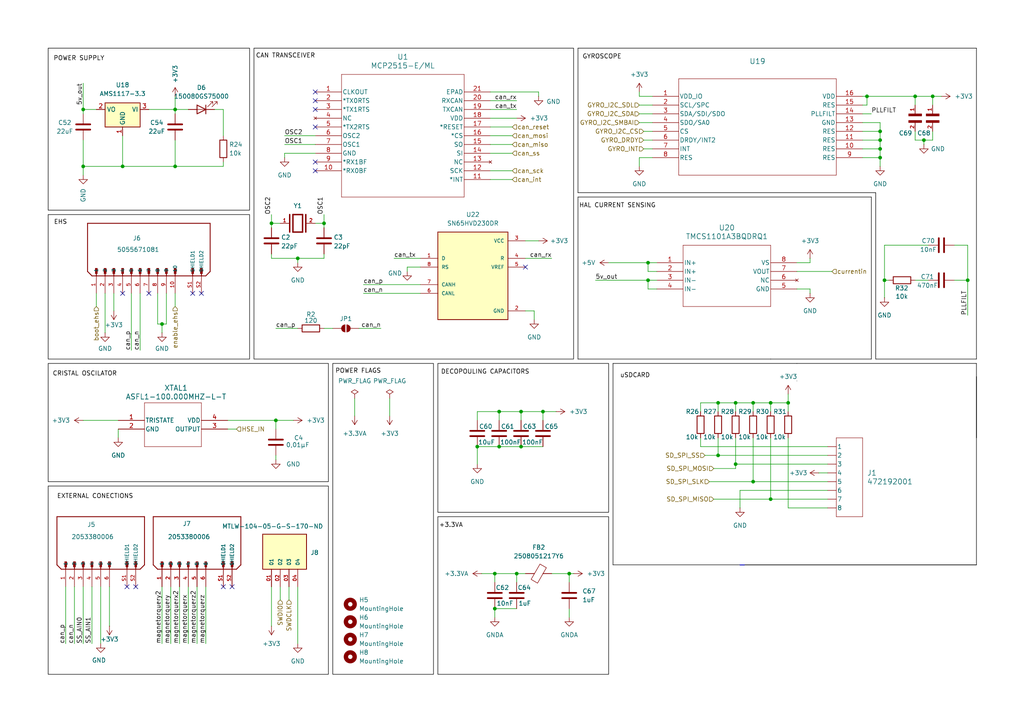
<source format=kicad_sch>
(kicad_sch (version 20231120) (generator "eeschema") (generator_version "8.0")
  (paper "A4")
  (title_block (title "Atitude determination and control system") (date "2025-02-04") (rev "1.0") (company "SpaceLab - Federal University of Santa catarina") (comment 1 "Eng. Felipe Juliano - felipecostajuliano@live.com"))
  (junction (at 151.13 129.54))
  (junction (at 223.52 116.84))
  (junction (at 251.46 27.94))
  (junction (at 208.28 116.84))
  (junction (at 208.28 132.08))
  (junction (at 143.51 166.37))
  (junction (at 255.27 45.72))
  (junction (at 78.74 64.77))
  (junction (at 187.96 81.28))
  (junction (at 165.1 166.37))
  (junction (at 270.51 27.94))
  (junction (at 265.43 27.94))
  (junction (at 151.13 119.38))
  (junction (at 213.36 134.62))
  (junction (at 255.27 43.18))
  (junction (at 93.98 64.77))
  (junction (at 213.36 116.84))
  (junction (at 24.13 48.26))
  (junction (at 46.99 93.98))
  (junction (at 228.6 116.84))
  (junction (at 157.48 119.38))
  (junction (at 256.54 81.28))
  (junction (at 144.78 129.54))
  (junction (at 223.52 144.78))
  (junction (at 218.44 116.84))
  (junction (at 144.78 119.38))
  (junction (at 280.67 81.28))
  (junction (at 187.96 76.2))
  (junction (at 143.51 176.53))
  (junction (at 138.43 129.54))
  (junction (at 50.8 48.26))
  (junction (at 218.44 139.7))
  (junction (at 35.56 48.26))
  (junction (at 50.8 31.75))
  (junction (at 255.27 38.1))
  (junction (at 267.97 40.64))
  (junction (at 24.13 31.75))
  (junction (at 86.36 74.93))
  (junction (at 80.01 121.92))
  (junction (at 149.86 166.37))
  (junction (at 255.27 40.64))
  (no_connect (at 43.18 85.09))
  (no_connect (at 58.42 85.09))
  (no_connect (at 91.44 29.21))
  (no_connect (at 39.37 170.18))
  (no_connect (at 91.44 49.53))
  (no_connect (at 91.44 36.83))
  (no_connect (at 334.01 168.91))
  (no_connect (at 91.44 31.75))
  (no_connect (at 35.56 85.09))
  (no_connect (at 91.44 26.67))
  (no_connect (at 64.77 170.18))
  (no_connect (at 36.83 170.18))
  (no_connect (at 55.88 85.09))
  (no_connect (at 152.4 77.47))
  (no_connect (at 91.44 46.99))
  (no_connect (at 323.85 168.91))
  (no_connect (at 67.31 170.18))
  (wire (pts (xy 26.67 170.18) (xy 26.67 186.69)))
  (wire (pts (xy 231.14 76.2) (xy 234.95 76.2)))
  (wire (pts (xy 373.38 201.93) (xy 388.62 201.93)))
  (wire (pts (xy 152.4 69.85) (xy 156.21 69.85)))
  (wire (pts (xy 165.1 176.53) (xy 165.1 179.07)))
  (polyline (pts (xy 214.63 163.83) (xy 177.8 163.83)) (stroke (width 0) (color 0 0 0 1)))
  (wire (pts (xy 144.78 119.38) (xy 151.13 119.38)))
  (wire (pts (xy 255.27 48.26) (xy 255.27 45.72)))
  (wire (pts (xy 68.58 124.46) (xy 66.04 124.46)))
  (wire (pts (xy 27.94 31.75) (xy 24.13 31.75)))
  (wire (pts (xy 118.11 77.47) (xy 118.11 78.74)))
  (wire (pts (xy 78.74 62.23) (xy 78.74 64.77)))
  (wire (pts (xy 83.82 173.99) (xy 83.82 170.18)))
  (wire (pts (xy 151.13 119.38) (xy 157.48 119.38)))
  (wire (pts (xy 64.77 39.37) (xy 64.77 31.75)))
  (wire (pts (xy 250.19 30.48) (xy 251.46 30.48)))
  (wire (pts (xy 267.97 40.64) (xy 265.43 40.64)))
  (wire (pts (xy 185.42 45.72) (xy 189.23 45.72)))
  (wire (pts (xy 66.04 121.92) (xy 80.01 121.92)))
  (wire (pts (xy 231.14 78.74) (xy 241.3 78.74)))
  (wire (pts (xy 213.36 127) (xy 213.36 134.62)))
  (wire (pts (xy 280.67 81.28) (xy 280.67 91.44)))
  (wire (pts (xy 250.19 45.72) (xy 255.27 45.72)))
  (wire (pts (xy 256.54 81.28) (xy 256.54 86.36)))
  (wire (pts (xy 250.19 33.02) (xy 252.73 33.02)))
  (polyline (pts (xy 231.14 110.49) (xy 231.14 110.49)) (stroke (width 0) (color 0 0 0 1)))
  (wire (pts (xy 50.8 31.75) (xy 43.18 31.75)))
  (polyline (pts (xy 283.21 105.41) (xy 283.21 163.83)) (stroke (width 0) (color 0 0 0 1)))
  (wire (pts (xy 154.94 92.71) (xy 154.94 90.17)))
  (wire (pts (xy 270.51 27.94) (xy 270.51 30.48)))
  (wire (pts (xy 156.21 26.67) (xy 156.21 27.94)))
  (wire (pts (xy 80.01 95.25) (xy 86.36 95.25)))
  (wire (pts (xy 231.14 83.82) (xy 234.95 83.82)))
  (wire (pts (xy 80.01 124.46) (xy 80.01 121.92)))
  (wire (pts (xy 223.52 127) (xy 223.52 144.78)))
  (wire (pts (xy 373.38 205.74) (xy 388.62 205.74)))
  (wire (pts (xy 234.95 83.82) (xy 234.95 85.09)))
  (wire (pts (xy 148.59 41.91) (xy 142.24 41.91)))
  (wire (pts (xy 213.36 134.62) (xy 240.03 134.62)))
  (wire (pts (xy 280.67 71.12) (xy 280.67 81.28)))
  (wire (pts (xy 78.74 74.93) (xy 86.36 74.93)))
  (wire (pts (xy 270.51 38.1) (xy 270.51 40.64)))
  (wire (pts (xy 276.86 71.12) (xy 280.67 71.12)))
  (wire (pts (xy 203.2 116.84) (xy 203.2 119.38)))
  (wire (pts (xy 52.07 186.69) (xy 52.07 170.18)))
  (wire (pts (xy 373.38 137.16) (xy 388.62 137.16)))
  (wire (pts (xy 228.6 119.38) (xy 228.6 116.84)))
  (wire (pts (xy 154.94 90.17) (xy 152.4 90.17)))
  (wire (pts (xy 157.48 119.38) (xy 157.48 121.92)))
  (wire (pts (xy 373.38 80.01) (xy 382.27 80.01)))
  (polyline (pts (xy 214.63 163.83) (xy 215.9 163.83)))
  (wire (pts (xy 81.28 64.77) (xy 78.74 64.77)))
  (wire (pts (xy 267.97 41.91) (xy 267.97 40.64)))
  (wire (pts (xy 256.54 71.12) (xy 256.54 81.28)))
  (wire (pts (xy 62.23 31.75) (xy 64.77 31.75)))
  (wire (pts (xy 139.7 166.37) (xy 143.51 166.37)))
  (wire (pts (xy 35.56 39.37) (xy 35.56 48.26)))
  (polyline (pts (xy 167.64 55.88) (xy 254 55.88)) (stroke (width 0) (color 0 0 0 1)))
  (wire (pts (xy 186.69 40.64) (xy 189.23 40.64)))
  (polyline (pts (xy 215.9 163.83) (xy 283.21 163.83)) (stroke (width 0) (color 0 0 0 1)))
  (wire (pts (xy 80.01 133.35) (xy 80.01 132.08)))
  (wire (pts (xy 208.28 127) (xy 208.28 132.08)))
  (wire (pts (xy 34.29 124.46) (xy 34.29 127)))
  (wire (pts (xy 339.09 168.91) (xy 339.09 157.48)))
  (wire (pts (xy 344.17 168.91) (xy 344.17 157.48)))
  (wire (pts (xy 91.44 64.77) (xy 93.98 64.77)))
  (wire (pts (xy 21.59 186.69) (xy 21.59 170.18)))
  (wire (pts (xy 151.13 129.54) (xy 157.48 129.54)))
  (wire (pts (xy 255.27 38.1) (xy 255.27 40.64)))
  (wire (pts (xy 313.69 168.91) (xy 313.69 157.48)))
  (wire (pts (xy 118.11 77.47) (xy 121.92 77.47)))
  (wire (pts (xy 24.13 121.92) (xy 34.29 121.92)))
  (wire (pts (xy 207.01 135.89) (xy 213.36 135.89)))
  (polyline (pts (xy 214.63 163.83) (xy 215.9 163.83)))
  (wire (pts (xy 373.38 114.3) (xy 388.62 114.3)))
  (wire (pts (xy 49.53 186.69) (xy 49.53 170.18)))
  (wire (pts (xy 353.06 209.55) (xy 353.06 224.79)))
  (wire (pts (xy 265.43 27.94) (xy 265.43 30.48)))
  (wire (pts (xy 213.36 116.84) (xy 218.44 116.84)))
  (wire (pts (xy 50.8 48.26) (xy 35.56 48.26)))
  (polyline (pts (xy 283.21 109.22) (xy 283.21 127)) (stroke (width 0) (color 0 0 0 1)))
  (wire (pts (xy 228.6 114.3) (xy 228.6 116.84)))
  (wire (pts (xy 138.43 119.38) (xy 144.78 119.38)))
  (wire (pts (xy 265.43 27.94) (xy 270.51 27.94)))
  (wire (pts (xy 64.77 48.26) (xy 64.77 46.99)))
  (wire (pts (xy 30.48 96.52) (xy 30.48 85.09)))
  (wire (pts (xy 189.23 27.94) (xy 185.42 27.94)))
  (wire (pts (xy 203.2 127) (xy 203.2 129.54)))
  (polyline (pts (xy 167.64 57.15) (xy 167.64 104.14)) (stroke (width 0) (color 0 0 0 1)))
  (wire (pts (xy 256.54 81.28) (xy 257.81 81.28)))
  (wire (pts (xy 45.72 93.98) (xy 46.99 93.98)))
  (wire (pts (xy 251.46 27.94) (xy 251.46 30.48)))
  (polyline (pts (xy 177.8 105.41) (xy 231.14 105.41)) (stroke (width 0) (color 0 0 0 1)))
  (wire (pts (xy 151.13 119.38) (xy 151.13 121.92)))
  (polyline (pts (xy 167.64 57.15) (xy 252.73 57.15)) (stroke (width 0) (color 0 0 0 1)))
  (wire (pts (xy 50.8 88.9) (xy 50.8 85.09)))
  (wire (pts (xy 48.26 85.09) (xy 48.26 93.98)))
  (wire (pts (xy 110.49 95.25) (xy 104.14 95.25)))
  (wire (pts (xy 24.13 31.75) (xy 24.13 33.02)))
  (wire (pts (xy 205.74 139.7) (xy 218.44 139.7)))
  (polyline (pts (xy 177.8 163.83) (xy 177.8 105.41)) (stroke (width 0) (color 0 0 0 1)))
  (wire (pts (xy 250.19 40.64) (xy 255.27 40.64)))
  (wire (pts (xy 373.38 121.92) (xy 388.62 121.92)))
  (wire (pts (xy 308.61 168.91) (xy 308.61 151.13)))
  (polyline (pts (xy 215.9 163.83) (xy 283.21 163.83)) (stroke (width 0) (color 0 0 0 1)))
  (polyline (pts (xy 223.52 104.14) (xy 167.64 104.14)) (stroke (width 0) (color 0 0 0 1)))
  (wire (pts (xy 35.56 48.26) (xy 24.13 48.26)))
  (wire (pts (xy 86.36 186.69) (xy 86.36 170.18)))
  (wire (pts (xy 176.53 76.2) (xy 187.96 76.2)))
  (wire (pts (xy 276.86 81.28) (xy 280.67 81.28)))
  (wire (pts (xy 143.51 176.53) (xy 143.51 179.07)))
  (wire (pts (xy 50.8 40.64) (xy 50.8 48.26)))
  (wire (pts (xy 208.28 132.08) (xy 240.03 132.08)))
  (wire (pts (xy 213.36 135.89) (xy 213.36 134.62)))
  (wire (pts (xy 190.5 78.74) (xy 187.96 78.74)))
  (wire (pts (xy 152.4 74.93) (xy 160.02 74.93)))
  (wire (pts (xy 270.51 27.94) (xy 273.05 27.94)))
  (wire (pts (xy 350.52 168.91) (xy 350.52 157.48)))
  (wire (pts (xy 24.13 50.8) (xy 24.13 48.26)))
  (wire (pts (xy 373.38 198.12) (xy 388.62 198.12)))
  (wire (pts (xy 214.63 147.32) (xy 214.63 142.24)))
  (wire (pts (xy 185.42 27.94) (xy 185.42 26.67)))
  (wire (pts (xy 54.61 186.69) (xy 54.61 170.18)))
  (wire (pts (xy 93.98 62.23) (xy 93.98 64.77)))
  (wire (pts (xy 265.43 40.64) (xy 265.43 38.1)))
  (wire (pts (xy 149.86 166.37) (xy 152.4 166.37)))
  (wire (pts (xy 256.54 71.12) (xy 269.24 71.12)))
  (wire (pts (xy 373.38 64.77) (xy 379.73 64.77)))
  (wire (pts (xy 93.98 64.77) (xy 93.98 66.04)))
  (wire (pts (xy 24.13 170.18) (xy 24.13 186.69)))
  (polyline (pts (xy 283.21 104.14) (xy 283.21 13.97)) (stroke (width 0) (color 0 0 0 1)))
  (wire (pts (xy 113.03 115.57) (xy 113.03 120.65)))
  (wire (pts (xy 45.72 93.98) (xy 45.72 85.09)))
  (wire (pts (xy 355.6 168.91) (xy 355.6 151.13)))
  (wire (pts (xy 356.87 209.55) (xy 356.87 224.79)))
  (wire (pts (xy 187.96 81.28) (xy 190.5 81.28)))
  (wire (pts (xy 228.6 116.84) (xy 223.52 116.84)))
  (wire (pts (xy 223.52 144.78) (xy 240.03 144.78)))
  (wire (pts (xy 105.41 85.09) (xy 121.92 85.09)))
  (wire (pts (xy 148.59 49.53) (xy 142.24 49.53)))
  (polyline (pts (xy 214.63 163.83) (xy 215.9 163.83)))
  (wire (pts (xy 138.43 129.54) (xy 144.78 129.54)))
  (wire (pts (xy 187.96 81.28) (xy 187.96 83.82)))
  (wire (pts (xy 373.38 181.61) (xy 388.62 181.61)))
  (wire (pts (xy 138.43 129.54) (xy 138.43 134.62)))
  (wire (pts (xy 78.74 181.61) (xy 78.74 170.18)))
  (wire (pts (xy 102.87 115.57) (xy 102.87 120.65)))
  (wire (pts (xy 38.1 101.6) (xy 38.1 85.09)))
  (wire (pts (xy 234.95 74.93) (xy 234.95 76.2)))
  (wire (pts (xy 360.68 209.55) (xy 360.68 224.79)))
  (wire (pts (xy 93.98 95.25) (xy 96.52 95.25)))
  (wire (pts (xy 142.24 29.21) (xy 149.86 29.21)))
  (wire (pts (xy 186.69 38.1) (xy 189.23 38.1)))
  (wire (pts (xy 143.51 166.37) (xy 143.51 168.91)))
  (wire (pts (xy 82.55 45.72) (xy 82.55 44.45)))
  (wire (pts (xy 373.38 72.39) (xy 379.73 72.39)))
  (wire (pts (xy 373.38 76.2) (xy 382.27 76.2)))
  (wire (pts (xy 250.19 43.18) (xy 255.27 43.18)))
  (wire (pts (xy 187.96 83.82) (xy 190.5 83.82)))
  (wire (pts (xy 265.43 81.28) (xy 269.24 81.28)))
  (wire (pts (xy 373.38 190.5) (xy 394.97 190.5)))
  (wire (pts (xy 142.24 36.83) (xy 148.59 36.83)))
  (wire (pts (xy 373.38 83.82) (xy 379.73 83.82)))
  (wire (pts (xy 31.75 181.61) (xy 31.75 170.18)))
  (wire (pts (xy 82.55 39.37) (xy 91.44 39.37)))
  (polyline (pts (xy 252.73 104.14) (xy 223.52 104.14)) (stroke (width 0) (color 0 0 0 1)))
  (wire (pts (xy 250.19 35.56) (xy 255.27 35.56)))
  (wire (pts (xy 29.21 186.69) (xy 29.21 170.18)))
  (wire (pts (xy 33.02 90.17) (xy 33.02 85.09)))
  (wire (pts (xy 365.76 168.91) (xy 365.76 157.48)))
  (wire (pts (xy 143.51 176.53) (xy 149.86 176.53)))
  (wire (pts (xy 213.36 116.84) (xy 213.36 119.38)))
  (polyline (pts (xy 254 104.14) (xy 283.21 104.14)) (stroke (width 0) (color 0 0 0 1)))
  (wire (pts (xy 373.38 194.31) (xy 394.97 194.31)))
  (wire (pts (xy 228.6 147.32) (xy 240.03 147.32)))
  (polyline (pts (xy 214.63 163.83) (xy 215.9 163.83)) (stroke (width 0) (color 0 0 0 1)))
  (wire (pts (xy 19.05 186.69) (xy 19.05 170.18)))
  (wire (pts (xy 208.28 116.84) (xy 208.28 119.38)))
  (wire (pts (xy 373.38 68.58) (xy 379.73 68.58)))
  (wire (pts (xy 187.96 76.2) (xy 190.5 76.2)))
  (polyline (pts (xy 231.14 105.41) (xy 283.21 105.41)) (stroke (width 0) (color 0 0 0 1)))
  (wire (pts (xy 185.42 35.56) (xy 189.23 35.56)))
  (wire (pts (xy 360.68 168.91) (xy 360.68 157.48)))
  (wire (pts (xy 46.99 93.98) (xy 48.26 93.98)))
  (wire (pts (xy 57.15 186.69) (xy 57.15 170.18)))
  (wire (pts (xy 142.24 34.29) (xy 149.86 34.29)))
  (wire (pts (xy 144.78 129.54) (xy 151.13 129.54)))
  (wire (pts (xy 142.24 26.67) (xy 156.21 26.67)))
  (wire (pts (xy 86.36 74.93) (xy 86.36 76.2)))
  (wire (pts (xy 93.98 73.66) (xy 93.98 74.93)))
  (wire (pts (xy 250.19 38.1) (xy 255.27 38.1)))
  (wire (pts (xy 213.36 116.84) (xy 208.28 116.84)))
  (wire (pts (xy 208.28 116.84) (xy 203.2 116.84)))
  (wire (pts (xy 157.48 119.38) (xy 161.29 119.38)))
  (wire (pts (xy 373.38 125.73) (xy 388.62 125.73)))
  (wire (pts (xy 203.2 129.54) (xy 240.03 129.54)))
  (wire (pts (xy 361.95 48.26) (xy 361.95 33.02)))
  (wire (pts (xy 24.13 24.13) (xy 24.13 31.75)))
  (wire (pts (xy 328.93 168.91) (xy 328.93 151.13)))
  (wire (pts (xy 46.99 186.69) (xy 46.99 170.18)))
  (wire (pts (xy 185.42 45.72) (xy 185.42 48.26)))
  (wire (pts (xy 50.8 33.02) (xy 50.8 31.75)))
  (wire (pts (xy 185.42 33.02) (xy 189.23 33.02)))
  (wire (pts (xy 237.49 137.16) (xy 240.03 137.16)))
  (wire (pts (xy 50.8 31.75) (xy 54.61 31.75)))
  (wire (pts (xy 50.8 27.94) (xy 50.8 31.75)))
  (wire (pts (xy 160.02 166.37) (xy 165.1 166.37)))
  (wire (pts (xy 186.69 43.18) (xy 189.23 43.18)))
  (wire (pts (xy 223.52 116.84) (xy 218.44 116.84)))
  (wire (pts (xy 78.74 64.77) (xy 78.74 66.04)))
  (polyline (pts (xy 252.73 57.15) (xy 252.73 104.14)) (stroke (width 0) (color 0 0 0 1)))
  (wire (pts (xy 218.44 127) (xy 218.44 139.7)))
  (wire (pts (xy 187.96 78.74) (xy 187.96 76.2)))
  (wire (pts (xy 218.44 139.7) (xy 240.03 139.7)))
  (wire (pts (xy 142.24 44.45) (xy 148.59 44.45)))
  (wire (pts (xy 251.46 27.94) (xy 265.43 27.94)))
  (wire (pts (xy 149.86 166.37) (xy 149.86 168.91)))
  (wire (pts (xy 81.28 173.99) (xy 81.28 170.18)))
  (wire (pts (xy 255.27 40.64) (xy 255.27 43.18)))
  (wire (pts (xy 365.76 48.26) (xy 365.76 33.02)))
  (wire (pts (xy 228.6 127) (xy 228.6 147.32)))
  (wire (pts (xy 373.38 140.97) (xy 388.62 140.97)))
  (wire (pts (xy 138.43 119.38) (xy 138.43 121.92)))
  (wire (pts (xy 373.38 60.96) (xy 379.73 60.96)))
  (wire (pts (xy 373.38 57.15) (xy 379.73 57.15)))
  (wire (pts (xy 59.69 186.69) (xy 59.69 170.18)))
  (wire (pts (xy 86.36 74.93) (xy 93.98 74.93)))
  (wire (pts (xy 143.51 166.37) (xy 149.86 166.37)))
  (wire (pts (xy 165.1 168.91) (xy 165.1 166.37)))
  (wire (pts (xy 144.78 119.38) (xy 144.78 121.92)))
  (polyline (pts (xy 214.63 163.83) (xy 215.9 163.83)))
  (wire (pts (xy 223.52 116.84) (xy 223.52 119.38)))
  (wire (pts (xy 82.55 44.45) (xy 91.44 44.45)))
  (wire (pts (xy 270.51 40.64) (xy 267.97 40.64)))
  (wire (pts (xy 250.19 27.94) (xy 251.46 27.94)))
  (wire (pts (xy 50.8 48.26) (xy 64.77 48.26)))
  (polyline (pts (xy 283.21 13.97) (xy 167.64 13.97)) (stroke (width 0) (color 0 0 0 1)))
  (wire (pts (xy 40.64 101.6) (xy 40.64 85.09)))
  (wire (pts (xy 370.84 168.91) (xy 370.84 157.48)))
  (wire (pts (xy 78.74 73.66) (xy 78.74 74.93)))
  (wire (pts (xy 373.38 133.35) (xy 388.62 133.35)))
  (wire (pts (xy 148.59 39.37) (xy 142.24 39.37)))
  (polyline (pts (xy 254 55.88) (xy 254 104.14)) (stroke (width 0) (color 0 0 0 1)))
  (wire (pts (xy 373.38 186.69) (xy 394.97 186.69)))
  (wire (pts (xy 218.44 116.84) (xy 218.44 119.38)))
  (wire (pts (xy 185.42 30.48) (xy 189.23 30.48)))
  (wire (pts (xy 318.77 168.91) (xy 318.77 157.48)))
  (wire (pts (xy 255.27 35.56) (xy 255.27 38.1)))
  (wire (pts (xy 142.24 31.75) (xy 149.86 31.75)))
  (wire (pts (xy 373.38 129.54) (xy 388.62 129.54)))
  (wire (pts (xy 121.92 74.93) (xy 114.3 74.93)))
  (wire (pts (xy 105.41 82.55) (xy 121.92 82.55)))
  (wire (pts (xy 172.72 81.28) (xy 187.96 81.28)))
  (wire (pts (xy 166.37 166.37) (xy 165.1 166.37)))
  (wire (pts (xy 207.01 144.78) (xy 223.52 144.78)))
  (polyline (pts (xy 167.64 13.97) (xy 167.64 55.88)) (stroke (width 0) (color 0 0 0 1)))
  (wire (pts (xy 148.59 52.07) (xy 142.24 52.07)))
  (wire (pts (xy 373.38 110.49) (xy 388.62 110.49)))
  (wire (pts (xy 27.94 88.9) (xy 27.94 85.09)))
  (wire (pts (xy 80.01 121.92) (xy 85.09 121.92)))
  (wire (pts (xy 82.55 41.91) (xy 91.44 41.91)))
  (wire (pts (xy 204.47 132.08) (xy 208.28 132.08)))
  (wire (pts (xy 255.27 43.18) (xy 255.27 45.72)))
  (wire (pts (xy 46.99 96.52) (xy 46.99 93.98)))
  (wire (pts (xy 214.63 142.24) (xy 240.03 142.24)))
  (wire (pts (xy 373.38 118.11) (xy 388.62 118.11)))
  (wire (pts (xy 24.13 40.64) (xy 24.13 48.26)))
  (rectangle (start 96.52 105.41) (end 125.73 195.58) (stroke (width 0) (color 0 0 0 1)))
  (rectangle (start 13.97 105.41) (end 95.25 139.7) (stroke (width 0) (color 0 0 0 1)))
  (rectangle (start 73.66 13.97) (end 166.37 104.14) (stroke (width 0) (color 0 0 0 1)))
  (rectangle (start 127 149.86) (end 176.53 195.58) (stroke (width 0) (color 0 0 0 1)))
  (rectangle (start 127 105.41) (end 176.53 148.59) (stroke (width 0) (color 0 0 0 1)))
  (rectangle (start 13.97 62.23) (end 72.39 104.14) (stroke (width 0) (color 0 0 0 1)))
  (rectangle (start 13.97 13.97) (end 72.39 60.96) (stroke (width 0) (color 0 0 0 1)))
  (rectangle (start 13.97 140.97) (end 95.25 195.58) (stroke (width 0) (color 0 0 0 1)))
  (text "CRISTAL OSCILATOR" (at 15.24 109.22 0) (effects (font (size 1.27 1.27)) (justify left bottom)))
  (text "uSDCARD\n" (at 179.832 109.728 0) (effects (font (size 1.27 1.27)) (justify left bottom)))
  (text "GYROSCOPE\n" (at 168.91 17.272 0) (effects (font (size 1.27 1.27)) (justify left bottom)))
  (text "POWER FLAGS\n" (at 103.886 107.696 0) (effects (font (size 1.27 1.27))))
  (text "CAN TRANSCEIVER\n" (at 82.804 16.256 0) (effects (font (size 1.27 1.27))))
  (text "POWER SUPPLY\n" (at 15.494 17.78 0) (effects (font (size 1.27 1.27)) (justify left bottom)))
  (text "HAL CURRENT SENSING" (at 179.07 59.69 0) (effects (font (size 1.27 1.27))))
  (text "DECOPOULING CAPACITORS" (at 140.716 107.95 0) (effects (font (size 1.27 1.27))))
  (text "+3.3VA\n" (at 130.81 152.4 0) (effects (font (size 1.27 1.27))))
  (text "EXTERNAL CONECTIONS" (at 16.51 144.78 0) (effects (font (size 1.27 1.27)) (justify left bottom)))
  (text "EHS " (at 18.034 64.516 0) (effects (font (size 1.27 1.27))))
  (label "currentcoily" (at 361.95 33.02 270))
  (label "magnetorquerz2" (at 57.15 186.69 90))
  (label "currentcoilx" (at 365.76 33.02 270))
  (label "SS_AIN0" (at 382.27 80.01 180))
  (label "can_tx" (at 149.86 31.75 180))
  (label "can_n" (at 21.59 186.69 90))
  (label "can_n" (at 105.41 85.09 0))
  (label "5v_out" (at 24.13 24.13 270))
  (label "SS_AIN1" (at 382.27 76.2 180))
  (label "PLLFILT" (at 252.73 33.02 0))
  (label "can_p" (at 38.1 101.6 90))
  (label "magnetorquery" (at 49.53 186.69 90))
  (label "magnetorquery2" (at 394.97 194.31 180))
  (label "OSC2" (at 78.74 62.23 90))
  (label "SS_AIN0" (at 24.13 186.69 90))
  (label "can_p" (at 19.05 186.69 90))
  (label "magnetorquerz2" (at 394.97 186.69 180))
  (label "magnetorquery2" (at 46.99 186.69 90))
  (label "OSC2" (at 82.55 39.37 0))
  (label "OSC1" (at 82.55 41.91 0))
  (label "magnetorquerx" (at 355.6 151.13 270))
  (label "5v_out" (at 172.72 81.28 0))
  (label "magnetorquerz" (at 59.69 186.69 90))
  (label "can_n" (at 110.49 95.25 180))
  (label "can_n" (at 40.64 101.6 90))
  (label "magnetorquerz" (at 394.97 190.5 180))
  (label "can_tx" (at 114.3 74.93 0))
  (label "magnetorquerx2" (at 328.93 151.13 270))
  (label "OSC1" (at 93.98 62.23 90))
  (label "can_rx" (at 149.86 29.21 180))
  (label "PLLFILT" (at 280.67 91.44 90))
  (label "can_p" (at 80.01 95.25 0))
  (label "SS_AIN1" (at 26.67 186.69 90))
  (label "currentcoilz" (at 388.62 110.49 180))
  (label "can_p" (at 105.41 82.55 0))
  (label "magnetorquerx" (at 54.61 186.69 90))
  (label "magnetorquerx2" (at 52.07 186.69 90))
  (label "magnetorquery" (at 308.61 151.13 270))
  (label "can_rx" (at 160.02 74.93 180))
  (hierarchical_label "MAG_SPI_MISO" (shape input) (at 388.62 137.16 0))
  (hierarchical_label "SS_SPI_SCK" (shape input) (at 379.73 60.96 0))
  (hierarchical_label "SD_SPI_MOSI" (shape input) (at 207.01 135.89 180))
  (hierarchical_label "SS_INT" (shape input) (at 379.73 83.82 0))
  (hierarchical_label "GYRO_DRDY" (shape input) (at 186.69 40.64 180))
  (hierarchical_label "can_int" (shape input) (at 148.59 52.07 0))
  (hierarchical_label "MAG_I{slash}O_CLOCK" (shape input) (at 388.62 140.97 0))
  (hierarchical_label "AIN2u7" (shape input) (at 370.84 157.48 90))
  (hierarchical_label "enable_ehs" (shape input) (at 50.8 88.9 270))
  (hierarchical_label "nfaultu8" (shape input) (at 388.62 205.74 0))
  (hierarchical_label "SRI_IN" (shape input) (at 388.62 118.11 0))
  (hierarchical_label "SS_SPI_MOSI" (shape input) (at 379.73 57.15 0))
  (hierarchical_label "SD_SPI_SLK" (shape input) (at 205.74 139.7 180))
  (hierarchical_label "MAG_CS_SS" (shape input) (at 388.62 121.92 0))
  (hierarchical_label "MAG_INT" (shape input) (at 388.62 133.35 0))
  (hierarchical_label "BIN2u8" (shape input) (at 388.62 198.12 0))
  (hierarchical_label "nfaultu7" (shape input) (at 339.09 157.48 90))
  (hierarchical_label "GYRO_I2C_SDL" (shape input) (at 185.42 30.48 180))
  (hierarchical_label "can_reset" (shape input) (at 148.59 36.83 0))
  (hierarchical_label "currentcoily" (shape input) (at 356.87 224.79 270))
  (hierarchical_label "SWDCLK" (shape input) (at 83.82 173.99 270))
  (hierarchical_label "SRI_IN2" (shape input) (at 388.62 114.3 0))
  (hierarchical_label "can_ss" (shape input) (at 148.59 44.45 0))
  (hierarchical_label "AIN1u8" (shape input) (at 388.62 181.61 0))
  (hierarchical_label "can_miso" (shape input) (at 148.59 41.91 0))
  (hierarchical_label "currentcoilx" (shape input) (at 360.68 224.79 270))
  (hierarchical_label "SD_SPI_SS" (shape input) (at 204.47 132.08 180))
  (hierarchical_label "HSE_IN" (shape input) (at 68.58 124.46 0))
  (hierarchical_label "nsleepu8" (shape input) (at 313.69 157.48 90))
  (hierarchical_label "BIN1u8" (shape input) (at 388.62 201.93 0))
  (hierarchical_label "SS_I{slash}O_CLOCK" (shape input) (at 379.73 68.58 0))
  (hierarchical_label "can_sck" (shape input) (at 148.59 49.53 0))
  (hierarchical_label "AIN2u8" (shape input) (at 318.77 157.48 90))
  (hierarchical_label "nsleepu7" (shape input) (at 360.68 157.48 90))
  (hierarchical_label "GYRO_I2C_CS" (shape input) (at 186.69 38.1 180))
  (hierarchical_label "GYRO_I2C_SDA" (shape input) (at 185.42 33.02 180))
  (hierarchical_label "SS_CS" (shape input) (at 379.73 72.39 0))
  (hierarchical_label "GYRO_I2C_SMBAI" (shape input) (at 185.42 35.56 180))
  (hierarchical_label "SS_SPI_MISO" (shape input) (at 379.73 64.77 0))
  (hierarchical_label "SWDIO" (shape input) (at 81.28 173.99 270))
  (hierarchical_label "can_mosi" (shape input) (at 148.59 39.37 0))
  (hierarchical_label "currentin" (shape input) (at 241.3 78.74 0))
  (hierarchical_label "MAG_SPI_MOSI" (shape input) (at 388.62 129.54 0))
  (hierarchical_label "currentcoilz" (shape input) (at 353.06 224.79 270))
  (hierarchical_label "AIN1u7" (shape input) (at 365.76 157.48 90))
  (hierarchical_label "BIN1u7" (shape input) (at 350.52 157.48 90))
  (hierarchical_label "SD_SPI_MISO" (shape input) (at 207.01 144.78 180))
  (hierarchical_label "boot_ehs" (shape input) (at 27.94 88.9 270))
  (hierarchical_label "BIN2u7" (shape input) (at 344.17 157.48 90))
  (hierarchical_label "GYRO_INT" (shape input) (at 186.69 43.18 180))
  (hierarchical_label "MAG_SPI_SCK" (shape input) (at 388.62 125.73 0))
  (symbol (lib_id "Device:C") (at 157.48 125.73 0) (unit 1)
    (property "Reference" "C65" (at 157.988 123.698 0) (effects (justify left)))
    (property "Value" "100nF" (effects (hide yes)))
    (property "Footprint" "Capacitor_SMD:C_0402_1005Metric_Pad0.74x0.62mm_HandSolder" (effects (hide yes)))
    (property "Description" "Unpolarized capacitor" (effects (hide yes)))
  )
  (symbol (lib_id "power:+3V3") (at 113.03 120.65 180) (unit 1)
    (property "Reference" "#PWR0143" (effects (hide yes)))
    (property "Value" "+3V3" (at 113.03 125.73 0))
    (property "Description" "Power symbol creates a global label with name \"+3V3\"" (effects (hide yes)))
  )
  (symbol (lib_id "power:+3V3") (at 237.49 137.16 90) (unit 1)
    (property "Reference" "#PWR0163" (effects (hide yes)))
    (property "Value" "+3V3" (at 234.188 137.16 90) (effects (justify left)))
    (property "Description" "Power symbol creates a global label with name \"+3V3\"" (effects (hide yes)))
  )
  (symbol (lib_id "power:GND") (at 267.97 41.91 0) (unit 1)
    (property "Reference" "#PWR0175" (effects (hide yes)))
    (property "Value" "GND" (at 272.034 43.18 0))
    (property "Description" "Power symbol creates a global label with name \"GND\" , ground" (effects (hide yes)))
  )
  (symbol (lib_id "Device:R") (at 208.28 123.19 0) (unit 1)
    (property "Reference" "R27" (at 203.962 119.38 0) (effects (justify left)))
    (property "Value" "10k" (at 203.962 126.746 0) (effects (justify left)))
    (property "Footprint" "Resistor_SMD:R_0402_1005Metric_Pad0.72x0.64mm_HandSolder" (effects (hide yes)))
  )
  (symbol (lib_id "power:GNDA") (at 165.1 179.07 0) (unit 1)
    (property "Reference" "#PWR0155" (effects (hide yes)))
    (property "Value" "GNDA" (at 165.1 184.15 0))
    (property "Description" "Power symbol creates a global label with name \"GNDA\" , analog ground" (effects (hide yes)))
  )
  (symbol (lib_id "Device:R") (at 203.2 123.19 0) (unit 1)
    (property "Reference" "R26" (at 198.882 119.38 0) (effects (justify left)))
    (property "Value" "10k" (at 198.882 126.746 0) (effects (justify left)))
    (property "Footprint" "Resistor_SMD:R_0402_1005Metric_Pad0.72x0.64mm_HandSolder" (effects (hide yes)))
  )
  (symbol (lib_id "Device:R") (at 218.44 123.19 0) (unit 1)
    (property "Reference" "R29" (at 214.122 119.38 0) (effects (justify left)))
    (property "Value" "10k" (at 214.122 126.746 0) (effects (justify left)))
    (property "Footprint" "Resistor_SMD:R_0402_1005Metric_Pad0.72x0.64mm_HandSolder" (effects (hide yes)))
  )
  (symbol (lib_id "adcs_board:SN65HVD230") (at 137.16 80.01 0) (unit 1)
    (property "Reference" "U22" (at 137.16 62.23 0))
    (property "Value" "SN65HVD230DR" (at 137.16 64.77 0))
    (property "Footprint" "adcs_board:SOIC127P599X175-8N" (effects (hide yes)))
    (property "MF" "Texas Instruments" (effects (hide yes)))
    (property "MAXIMUM_PACKAGE_HEIGHT" "1.75 mm" (effects (hide yes)))
    (property "Package" "SOIC-8 Texas Instruments" (effects (hide yes)))
    (property "Price" "None" (effects (hide yes)))
    (property "Check_prices" "https://www.snapeda.com/parts/SN65HVD230/Texas+Instruments/view-part/?ref=eda" (effects (hide yes)))
    (property "STANDARD" "IPC 7351B" (effects (hide yes)))
    (property "PARTREV" "02/2019" (effects (hide yes)))
    (property "SnapEDA_Link" "https://www.snapeda.com/parts/SN65HVD230/Texas+Instruments/view-part/?ref=snap" (effects (hide yes)))
    (property "MP" "SN65HVD230" (effects (hide yes)))
    (property "Description_1" "\n1/1 Transceiver Half CANbus 8-SOIC\n" (effects (hide yes)))
    (property "Availability" "In Stock" (effects (hide yes)))
    (property "MANUFACTURER" "Texas Instruments" (effects (hide yes)))
  )
  (symbol (lib_id "adcs_board:TMCS1101A3BQDRQ1") (at 190.5 76.2 0) (unit 1)
    (property "Reference" "U20" (at 210.82 66.04 0) (effects (font (size 1.524 1.524))))
    (property "Value" "TMCS1101A3BQDRQ1" (at 210.82 68.58 0) (effects (font (size 1.524 1.524))))
    (property "Footprint" "adcs_board:SOIC8_D_TEX-L" (effects (hide yes)))
    (property "Datasheet" "TMCS1101A3BQDRQ1" (effects (hide yes)))
  )
  (symbol (lib_id "power:+3V3") (at 185.42 26.67 0) (unit 1)
    (property "Reference" "#PWR0158" (effects (hide yes)))
    (property "Value" "+3V3" (at 185.42 21.59 0))
    (property "Description" "Power symbol creates a global label with name \"+3V3\"" (effects (hide yes)))
  )
  (symbol (lib_id "Device:C") (at 151.13 125.73 0) (unit 1)
    (property "Reference" "C63" (at 151.638 123.698 0) (effects (justify left)))
    (property "Value" "100nF" (at 151.384 128.27 0) (effects (justify left)))
    (property "Footprint" "Capacitor_SMD:C_0402_1005Metric_Pad0.74x0.62mm_HandSolder" (effects (hide yes)))
    (property "Description" "Unpolarized capacitor" (effects (hide yes)))
  )
  (symbol (lib_id "Mechanical:MountingHole") (at 101.6 190.5 0) (unit 1) (exclude_from_sim yes) (in_bom no)
    (property "Reference" "H8" (at 104.14 189.2299 0) (effects (justify left)))
    (property "Value" "MountingHole" (at 104.14 191.7699 0) (effects (justify left)))
    (property "Footprint" "MountingHole:MountingHole_3.2mm_M3_DIN965_Pad" (effects (hide yes)))
    (property "Description" "Mounting Hole without connection" (effects (hide yes)))
  )
  (symbol (lib_id "Device:R") (at 223.52 123.19 0) (unit 1)
    (property "Reference" "R30" (at 219.202 119.38 0) (effects (justify left)))
    (property "Value" "10k" (at 219.202 126.746 0) (effects (justify left)))
    (property "Footprint" "Resistor_SMD:R_0402_1005Metric_Pad0.72x0.64mm_HandSolder" (effects (hide yes)))
  )
  (symbol (lib_id "Device:R") (at 213.36 123.19 0) (unit 1)
    (property "Reference" "R28" (at 209.042 119.38 0) (effects (justify left)))
    (property "Value" "10k" (at 209.042 126.746 0) (effects (justify left)))
    (property "Footprint" "Resistor_SMD:R_0402_1005Metric_Pad0.72x0.64mm_HandSolder" (effects (hide yes)))
  )
  (symbol (lib_id "power:GND") (at 24.13 50.8 0) (unit 1)
    (property "Reference" "#PWR0128" (effects (hide yes)))
    (property "Value" "GND" (at 24.1299 54.61 90) (effects (justify right)))
    (property "Description" "Power symbol creates a global label with name \"GND\" , ground" (effects (hide yes)))
  )
  (symbol (lib_id "power:GND") (at 46.99 96.52 0) (unit 1)
    (property "Reference" "#PWR0134" (effects (hide yes)))
    (property "Value" "GND" (at 46.99 101.092 0))
    (property "Description" "Power symbol creates a global label with name \"GND\" , ground" (effects (hide yes)))
  )
  (symbol (lib_id "Device:C") (at 149.86 172.72 0) (unit 1)
    (property "Reference" "C64" (at 150.114 170.434 0) (effects (justify left)))
    (property "Value" "1uF" (at 150.368 175.006 0) (effects (justify left)))
    (property "Footprint" "Capacitor_SMD:C_0402_1005Metric_Pad0.74x0.62mm_HandSolder" (effects (hide yes)))
    (property "Description" "Unpolarized capacitor" (effects (hide yes)))
  )
  (symbol (lib_id "Device:C") (at 78.74 69.85 0) (unit 1)
    (property "Reference" "C2" (at 81.534 68.834 0) (effects (justify left)))
    (property "Value" "22pF" (at 81.534 71.374 0) (effects (justify left)))
    (property "Footprint" "Capacitor_SMD:C_0402_1005Metric_Pad0.74x0.62mm_HandSolder" (effects (hide yes)))
    (property "Description" "Unpolarized capacitor" (effects (hide yes)))
  )
  (symbol (lib_id "adcs_board:ABLS-8.000MHZ-B2-T") (at 86.36 64.77 0) (unit 1)
    (property "Reference" "Y1" (at 86.36 59.69 0))
    (property "Value" "ABLS-8.000MHZ-B2-T" (effects (hide yes)))
    (property "Footprint" "adcs_board:XTAL_ABLS-8.000MHZ-B2-T" (effects (hide yes)))
    (property "MF" "ABRACON" (effects (hide yes)))
    (property "MAXIMUM_PACKAGE_HEIGHT" "4.2 mm" (effects (hide yes)))
    (property "Package" "None" (effects (hide yes)))
    (property "Price" "None" (effects (hide yes)))
    (property "Check_prices" "https://www.snapeda.com/parts/ABLS-8.000MHZ-B2-T/Abracon/view-part/?ref=eda" (effects (hide yes)))
    (property "STANDARD" "Manufacturer Recommendations" (effects (hide yes)))
    (property "PARTREV" "02.16.2021" (effects (hide yes)))
    (property "SnapEDA_Link" "https://www.snapeda.com/parts/ABLS-8.000MHZ-B2-T/Abracon/view-part/?ref=snap" (effects (hide yes)))
    (property "MP" "ABLS-8.000MHZ-B2-T" (effects (hide yes)))
    (property "Description_1" "\n                        \n                            CRYSTAL 8.0000MHZ 18PF SMD / AB Series HC49U Crystals, ABLS Series HC49US SMD Crystals, ABL Series HC49US Crystals, ABM3 Series 5.0 x 3.2 SMD Crystals\n                        \n" (effects (hide yes)))
    (property "Availability" "In Stock" (effects (hide yes)))
    (property "MANUFACTURER" "Abracon" (effects (hide yes)))
  )
  (symbol (lib_name "885012206071_1") (lib_id "adcs_board:885012206071") (at 265.43 33.02 180) (unit 1)
    (property "Reference" "C69" (at 262.636 38.608 0))
    (property "Value" "GRM155R60J106ME15D" (effects (hide yes)))
    (property "Footprint" "Capacitor_SMD:C_0402_1005Metric_Pad0.74x0.62mm_HandSolder" (effects (hide yes)))
    (property "Description" "Capacitor 100nF Multilayer Ceramic MLCC25 V , X7R Dielectric 0603 Surface Mount | Wurth Electronics 885012206071" (effects (hide yes)))
    (property "MF" "Wurth Electronics Inc" (effects (hide yes)))
    (property "Package" "0603 Wurth Electronics" (effects (hide yes)))
    (property "Price" "None" (effects (hide yes)))
    (property "SnapEDA_Link" "https://www.snapeda.com/parts/885012206071/Wurth+Electronics+Inc/view-part/?ref=snap" (effects (hide yes)))
    (property "MP" "885012206071" (effects (hide yes)))
    (property "Purchase-URL" "https://www.snapeda.com/api/url_track_click_mouser/?unipart_id=4217095&manufacturer=Wurth Electronics Inc&part_name=885012206071&search_term=capacito 100nf" (effects (hide yes)))
    (property "Availability" "In Stock" (effects (hide yes)))
    (property "Check_prices" "https://www.snapeda.com/parts/885012206071/Wurth+Electronics+Inc/view-part/?ref=eda" (effects (hide yes)))
  )
  (symbol (lib_id "power:+3V3") (at 149.86 34.29 270) (unit 1)
    (property "Reference" "#PWR010" (effects (hide yes)))
    (property "Value" "+3V3" (at 153.67 34.2899 90) (effects (justify left)))
    (property "Description" "Power symbol creates a global label with name \"+3V3\"" (effects (hide yes)))
  )
  (symbol (lib_id "Device:R") (at 64.77 43.18 180) (unit 1)
    (property "Reference" "R24" (at 70.358 41.91 0) (effects (justify left)))
    (property "Value" "10k" (at 70.104 44.45 0) (effects (justify left)))
    (property "Footprint" "Resistor_SMD:R_0402_1005Metric_Pad0.72x0.64mm_HandSolder" (effects (hide yes)))
  )
  (symbol (lib_id "Mechanical:MountingHole") (at 101.6 185.42 0) (unit 1) (exclude_from_sim yes) (in_bom no)
    (property "Reference" "H7" (at 104.14 184.1499 0) (effects (justify left)))
    (property "Value" "MountingHole" (at 104.14 186.6899 0) (effects (justify left)))
    (property "Footprint" "MountingHole:MountingHole_3.2mm_M3_DIN965_Pad" (effects (hide yes)))
    (property "Description" "Mounting Hole without connection" (effects (hide yes)))
  )
  (symbol (lib_id "Mechanical:MountingHole") (at 101.6 175.26 0) (unit 1) (exclude_from_sim yes) (in_bom no)
    (property "Reference" "H5" (at 104.14 173.9899 0) (effects (justify left)))
    (property "Value" "MountingHole" (at 104.14 176.5299 0) (effects (justify left)))
    (property "Footprint" "MountingHole:MountingHole_3.2mm_M3_DIN965_Pad" (effects (hide yes)))
    (property "Description" "Mounting Hole without connection" (effects (hide yes)))
  )
  (symbol (lib_id "adcs_board:2053380006") (at 57.15 157.48 90) (unit 1)
    (property "Reference" "J7" (at 55.372 151.892 90) (effects (justify left)))
    (property "Value" "2053380006" (at 60.96 155.702 90) (effects (justify left)))
    (property "Footprint" "adcs_board:MOLEX_2053380006" (effects (hide yes)))
    (property "MF" "Molex" (effects (hide yes)))
    (property "MAXIMUM_PACKAGE_HEIGHT" "2.6 mm" (effects (hide yes)))
    (property "Package" "None" (effects (hide yes)))
    (property "Price" "None" (effects (hide yes)))
    (property "Check_prices" "https://www.snapeda.com/parts/2053380006/Molex/view-part/?ref=eda" (effects (hide yes)))
    (property "STANDARD" "Manufacturer Recommendations" (effects (hide yes)))
    (property "PARTREV" "B" (effects (hide yes)))
    (property "SnapEDA_Link" "https://www.snapeda.com/parts/2053380006/Molex/view-part/?ref=snap" (effects (hide yes)))
    (property "MP" "2053380006" (effects (hide yes)))
    (property "Description_1" "\nConnector Header Surface Mount, Right Angle 6 position 0.079 (2.00mm)\n" (effects (hide yes)))
    (property "Availability" "In Stock" (effects (hide yes)))
    (property "MANUFACTURER" "Molex" (effects (hide yes)))
  )
  (symbol (lib_id "adcs_board:AMS1117-3.3") (at 35.56 31.75 0) (mirror y) (unit 1)
    (property "Reference" "U18" (at 35.56 24.638 0))
    (property "Value" "AMS1117-3.3" (at 35.56 27.178 0))
    (property "Footprint" "Package_TO_SOT_SMD:SOT-223-3_TabPin2" (effects (hide yes)))
    (property "Datasheet" "http://www.advanced-monolithic.com/pdf/ds1117.pdf" (effects (hide yes)))
  )
  (symbol (lib_id "adcs_board:472192001") (at 237.49 129.54 0) (unit 1)
    (property "Reference" "J1" (at 251.46 137.1599 0) (effects (font (size 1.524 1.524)) (justify left)))
    (property "Value" "472192001" (at 251.46 139.6999 0) (effects (font (size 1.524 1.524)) (justify left)))
    (property "Footprint" "adcs_board:CONN_47219-2001_MOL" (effects (hide yes)))
    (property "Datasheet" "472192001" (effects (hide yes)))
  )
  (symbol (lib_id "adcs_board:MCP2515-E_ML") (at 91.44 26.67 0) (unit 1)
    (property "Reference" "U1" (at 116.84 16.51 0) (effects (font (size 1.524 1.524))))
    (property "Value" "MCP2515-E/ML" (at 116.84 19.05 0) (effects (font (size 1.524 1.524))))
    (property "Footprint" "adcs_board:QFN20_4x4MC_MCH-L" (effects (hide yes)))
    (property "Datasheet" "MCP2515-E/ML" (effects (hide yes)))
  )
  (symbol (lib_id "power:GND") (at 234.95 85.09 0) (unit 1)
    (property "Reference" "#PWR0168" (effects (hide yes)))
    (property "Value" "GND" (at 234.95 90.17 0))
    (property "Description" "Power symbol creates a global label with name \"GND\" , ground" (effects (hide yes)))
  )
  (symbol (lib_id "power:+3V3") (at 85.09 121.92 270) (unit 1)
    (property "Reference" "#PWR014" (effects (hide yes)))
    (property "Value" "+3V3" (at 88.9 121.9199 90) (effects (justify left)))
    (property "Description" "Power symbol creates a global label with name \"+3V3\"" (effects (hide yes)))
  )
  (symbol (lib_id "power:+3V3") (at 161.29 119.38 270) (unit 1)
    (property "Reference" "#PWR0153" (effects (hide yes)))
    (property "Value" "+3V3" (at 165.1 119.3799 90) (effects (justify left)))
    (property "Description" "Power symbol creates a global label with name \"+3V3\"" (effects (hide yes)))
  )
  (symbol (lib_id "power:PWR_FLAG") (at 113.03 115.57 0) (unit 1)
    (property "Reference" "#FLG04" (effects (hide yes)))
    (property "Value" "PWR_FLAG" (at 113.03 110.49 0))
    (property "Description" "Special symbol for telling ERC where power comes from" (effects (hide yes)))
  )
  (symbol (lib_id "power:GND") (at 118.11 78.74 0) (unit 1)
    (property "Reference" "#PWR0166" (effects (hide yes)))
    (property "Value" "GND" (at 112.522 79.248 0) (effects (justify left)))
    (property "Description" "Power symbol creates a global label with name \"GND\" , ground" (effects (hide yes)))
  )
  (symbol (lib_id "power:+5V") (at 176.53 76.2 90) (unit 1)
    (property "Reference" "#PWR09" (effects (hide yes)))
    (property "Value" "+5V" (at 172.72 76.1999 90) (effects (justify left)))
    (property "Description" "Power symbol creates a global label with name \"+5V\"" (effects (hide yes)))
  )
  (symbol (lib_id "power:GND") (at 34.29 127 0) (unit 1)
    (property "Reference" "#PWR0133" (effects (hide yes)))
    (property "Value" "GND" (at 34.29 132.08 0))
    (property "Description" "Power symbol creates a global label with name \"GND\" , ground" (effects (hide yes)))
  )
  (symbol (lib_id "Device:C") (at 80.01 128.27 180) (unit 1)
    (property "Reference" "C4" (at 86.614 127 0))
    (property "Value" "0,01µF" (at 86.36 129.032 0))
    (property "Footprint" "Capacitor_SMD:C_0402_1005Metric_Pad0.74x0.62mm_HandSolder" (effects (hide yes)))
    (property "Description" "Unpolarized capacitor" (effects (hide yes)))
  )
  (symbol (lib_id "adcs_board:5055671081") (at 43.18 72.39 90) (unit 1)
    (property "Reference" "J6" (at 40.894 69.088 90) (effects (justify left)))
    (property "Value" "5055671081" (at 46.228 72.39 90) (effects (justify left)))
    (property "Footprint" "adcs_board:MOLEX_5055671081" (effects (hide yes)))
    (property "MF" "Molex" (effects (hide yes)))
    (property "MAXIMUM_PACKAGE_HEIGHT" "3.9 mm" (effects (hide yes)))
    (property "Package" "None" (effects (hide yes)))
    (property "Price" "None" (effects (hide yes)))
    (property "Check_prices" "https://www.snapeda.com/parts/5055671081/Molex/view-part/?ref=eda" (effects (hide yes)))
    (property "STANDARD" "Manufacturer Recommendations" (effects (hide yes)))
    (property "PARTREV" "C" (effects (hide yes)))
    (property "SnapEDA_Link" "https://www.snapeda.com/parts/5055671081/Molex/view-part/?ref=snap" (effects (hide yes)))
    (property "MP" "5055671081" (effects (hide yes)))
    (property "Description_1" "\n1.25mm Pitch, Micro-Lock Plus PCB Header, Right-Angle, Surface Mount, 0.10µm Gold Plating, Positive Lock, 10 Circuits, Black\n" (effects (hide yes)))
    (property "Availability" "In Stock" (effects (hide yes)))
    (property "MANUFACTURER" "Molex" (effects (hide yes)))
  )
  (symbol (lib_id "Mechanical:MountingHole") (at 101.6 180.34 0) (unit 1) (exclude_from_sim yes) (in_bom no)
    (property "Reference" "H6" (at 104.14 179.0699 0) (effects (justify left)))
    (property "Value" "MountingHole" (at 104.14 181.6099 0) (effects (justify left)))
    (property "Footprint" "MountingHole:MountingHole_3.2mm_M3_DIN965_Pad" (effects (hide yes)))
    (property "Description" "Mounting Hole without connection" (effects (hide yes)))
  )
  (symbol (lib_id "power:+3V3") (at 78.74 181.61 180) (unit 1)
    (property "Reference" "#PWR0138" (effects (hide yes)))
    (property "Value" "+3V3" (at 78.74 186.69 0))
    (property "Description" "Power symbol creates a global label with name \"+3V3\"" (effects (hide yes)))
  )
  (symbol (lib_id "power:+3.3VA") (at 139.7 166.37 90) (unit 1)
    (property "Reference" "#PWR0150" (effects (hide yes)))
    (property "Value" "+3.3VA" (at 135.89 166.3699 90) (effects (justify left)))
    (property "Description" "Power symbol creates a global label with name \"+3.3VA\"" (effects (hide yes)))
  )
  (symbol (lib_id "Device:LED") (at 58.42 31.75 180) (unit 1)
    (property "Reference" "D6" (at 58.42 25.4 0))
    (property "Value" "150080GS75000" (at 58.42 27.94 0))
    (property "Footprint" "LED_SMD:LED_0805_2012Metric" (effects (hide yes)))
  )
  (symbol (lib_id "power:GND") (at 156.21 27.94 0) (unit 1)
    (property "Reference" "#PWR012" (effects (hide yes)))
    (property "Value" "GND" (at 160.528 29.464 0))
    (property "Description" "Power symbol creates a global label with name \"GND\" , ground" (effects (hide yes)))
  )
  (symbol (lib_id "power:GND") (at 214.63 147.32 0) (mirror y) (unit 1)
    (property "Reference" "#PWR0164" (effects (hide yes)))
    (property "Value" "GND" (at 214.63 152.4 0))
    (property "Description" "Power symbol creates a global label with name \"GND\" , ground" (effects (hide yes)))
  )
  (symbol (lib_id "Device:C") (at 93.98 69.85 0) (unit 1)
    (property "Reference" "C3" (at 96.774 68.834 0) (effects (justify left)))
    (property "Value" "22pF" (at 96.774 71.374 0) (effects (justify left)))
    (property "Footprint" "Capacitor_SMD:C_0402_1005Metric_Pad0.74x0.62mm_HandSolder" (effects (hide yes)))
    (property "Description" "Unpolarized capacitor" (effects (hide yes)))
  )
  (symbol (lib_id "power:GND") (at 185.42 48.26 0) (unit 1)
    (property "Reference" "#PWR017" (effects (hide yes)))
    (property "Value" "GND" (at 185.42 53.34 0))
    (property "Description" "Power symbol creates a global label with name \"GND\" , ground" (effects (hide yes)))
  )
  (symbol (lib_id "Device:R") (at 228.6 123.19 0) (unit 1)
    (property "Reference" "R31" (at 224.282 119.38 0) (effects (justify left)))
    (property "Value" "10k" (at 224.282 126.746 0) (effects (justify left)))
    (property "Footprint" "Resistor_SMD:R_0402_1005Metric_Pad0.72x0.64mm_HandSolder" (effects (hide yes)))
  )
  (symbol (lib_id "power:+3.3VA") (at 102.87 120.65 180) (unit 1)
    (property "Reference" "#PWR0141" (effects (hide yes)))
    (property "Value" "+3.3VA" (at 102.87 125.73 0))
    (property "Description" "Power symbol creates a global label with name \"+3.3VA\"" (effects (hide yes)))
  )
  (symbol (lib_id "power:+3V3") (at 273.05 27.94 270) (unit 1)
    (property "Reference" "#PWR0169" (effects (hide yes)))
    (property "Value" "+3V3" (at 276.86 27.9399 90) (effects (justify left)))
    (property "Description" "Power symbol creates a global label with name \"+3V3\"" (effects (hide yes)))
  )
  (symbol (lib_id "power:GNDA") (at 143.51 179.07 0) (unit 1)
    (property "Reference" "#PWR0151" (effects (hide yes)))
    (property "Value" "GNDA" (at 143.51 184.15 0))
    (property "Description" "Power symbol creates a global label with name \"GNDA\" , analog ground" (effects (hide yes)))
  )
  (symbol (lib_id "power:+3V3") (at 24.13 121.92 90) (unit 1)
    (property "Reference" "#PWR016" (effects (hide yes)))
    (property "Value" "+3V3" (at 20.32 121.9199 90) (effects (justify left)))
    (property "Description" "Power symbol creates a global label with name \"+3V3\"" (effects (hide yes)))
  )
  (symbol (lib_id "Device:C") (at 50.8 36.83 0) (unit 1)
    (property "Reference" "C54" (at 45.466 35.56 0))
    (property "Value" "22uF" (at 45.466 38.1 0))
    (property "Footprint" "Capacitor_SMD:C_0402_1005Metric_Pad0.74x0.62mm_HandSolder" (effects (hide yes)))
    (property "Description" "Unpolarized capacitor" (effects (hide yes)))
  )
  (symbol (lib_id "power:GND") (at 138.43 134.62 0) (unit 1)
    (property "Reference" "#PWR0148" (effects (hide yes)))
    (property "Value" "GND" (at 138.43 139.7 0))
    (property "Description" "Power symbol creates a global label with name \"GND\" , ground" (effects (hide yes)))
  )
  (symbol (lib_id "power:GND") (at 86.36 186.69 0) (unit 1)
    (property "Reference" "#PWR0139" (effects (hide yes)))
    (property "Value" "GND" (at 86.36 191.77 0))
    (property "Description" "Power symbol creates a global label with name \"GND\" , ground" (effects (hide yes)))
  )
  (symbol (lib_id "Device:FerriteBead") (at 156.21 166.37 270) (unit 1)
    (property "Reference" "FB2" (at 156.2608 158.75 90))
    (property "Value" "2508051217Y6" (at 156.2608 161.29 90))
    (property "Footprint" "adcs_board:IND_25_0805_FRT" (effects (hide yes)))
    (property "Description" "Ferrite bead" (effects (hide yes)))
  )
  (symbol (lib_id "Device:C") (at 273.05 71.12 270) (unit 1)
    (property "Reference" "C70" (at 269.24 69.85 90))
    (property "Value" "10nF" (at 269.24 72.39 90))
    (property "Footprint" "Capacitor_SMD:C_0402_1005Metric_Pad0.74x0.62mm_HandSolder" (effects (hide yes)))
    (property "Description" "Unpolarized capacitor" (effects (hide yes)))
  )
  (symbol (lib_id "adcs_board:A3G4250D") (at 189.23 27.94 0) (unit 1)
    (property "Reference" "U19" (at 219.71 17.78 0) (effects (font (size 1.524 1.524))))
    (property "Value" "A3G4250D" (effects (hide yes)))
    (property "Footprint" "adcs_board:LGA-16_4X4X1P1_STM-L" (effects (hide yes)))
    (property "Datasheet" "A3G4250D" (effects (hide yes)))
  )
  (symbol (lib_id "power:GND") (at 29.21 186.69 0) (unit 1)
    (property "Reference" "#PWR0129" (effects (hide yes)))
    (property "Value" "GND" (at 28.702 191.516 0))
    (property "Description" "Power symbol creates a global label with name \"GND\" , ground" (effects (hide yes)))
  )
  (symbol (lib_id "power:GND") (at 255.27 48.26 0) (unit 1)
    (property "Reference" "#PWR0171" (effects (hide yes)))
    (property "Value" "GND" (at 255.27 53.34 0))
    (property "Description" "Power symbol creates a global label with name \"GND\" , ground" (effects (hide yes)))
  )
  (symbol (lib_id "power:GND") (at 154.94 92.71 0) (unit 1)
    (property "Reference" "#PWR0173" (effects (hide yes)))
    (property "Value" "GND" (at 154.94 97.79 0))
    (property "Description" "Power symbol creates a global label with name \"GND\" , ground" (effects (hide yes)))
  )
  (symbol (lib_id "power:+3V3") (at 228.6 114.3 0) (unit 1)
    (property "Reference" "#PWR0165" (effects (hide yes)))
    (property "Value" "+3V3" (at 228.6 109.22 0))
    (property "Description" "Power symbol creates a global label with name \"+3V3\"" (effects (hide yes)))
  )
  (symbol (lib_id "adcs_board:2053380006") (at 29.21 157.48 90) (unit 1)
    (property "Reference" "J5" (at 27.686 152.146 90) (effects (justify left)))
    (property "Value" "2053380006" (at 33.02 155.702 90) (effects (justify left)))
    (property "Footprint" "adcs_board:MOLEX_2053380006" (effects (hide yes)))
    (property "MF" "Molex" (effects (hide yes)))
    (property "MAXIMUM_PACKAGE_HEIGHT" "2.6 mm" (effects (hide yes)))
    (property "Package" "None" (effects (hide yes)))
    (property "Price" "None" (effects (hide yes)))
    (property "Check_prices" "https://www.snapeda.com/parts/2053380006/Molex/view-part/?ref=eda" (effects (hide yes)))
    (property "STANDARD" "Manufacturer Recommendations" (effects (hide yes)))
    (property "PARTREV" "B" (effects (hide yes)))
    (property "SnapEDA_Link" "https://www.snapeda.com/parts/2053380006/Molex/view-part/?ref=snap" (effects (hide yes)))
    (property "MP" "2053380006" (effects (hide yes)))
    (property "Description_1" "\nConnector Header Surface Mount, Right Angle 6 position 0.079 (2.00mm)\n" (effects (hide yes)))
    (property "Availability" "In Stock" (effects (hide yes)))
    (property "MANUFACTURER" "Molex" (effects (hide yes)))
  )
  (symbol (lib_id "Device:C") (at 24.13 36.83 0) (unit 1)
    (property "Reference" "C52" (at 18.796 35.56 0))
    (property "Value" "22uF" (at 18.796 38.1 0))
    (property "Footprint" "Capacitor_SMD:C_0402_1005Metric_Pad0.74x0.62mm_HandSolder" (effects (hide yes)))
    (property "Description" "Unpolarized capacitor" (effects (hide yes)))
  )
  (symbol (lib_id "power:GND") (at 82.55 45.72 0) (unit 1)
    (property "Reference" "#PWR011" (effects (hide yes)))
    (property "Value" "GND" (at 82.55 50.8 0))
    (property "Description" "Power symbol creates a global label with name \"GND\" , ground" (effects (hide yes)))
  )
  (symbol (lib_name "GRM155R60J106ME15D_1") (lib_id "adcs_board:GRM155R60J106ME15D") (at 270.51 33.02 270) (unit 1)
    (property "Reference" "C68" (at 267.97 38.608 90))
    (property "Value" "GRM155R60J106ME15D" (effects (hide yes)))
    (property "Footprint" "Capacitor_SMD:C_0402_1005Metric_Pad0.74x0.62mm_HandSolder" (effects (hide yes)))
    (property "Description" "SMD capacitor X5R(EIA) with capacitance 10uF Tol.20%. Rated voltage 6.3Vdc 85C" (effects (hide yes)))
    (property "MF" "Murata" (effects (hide yes)))
    (property "Package" "1005 Murata" (effects (hide yes)))
    (property "Price" "None" (effects (hide yes)))
    (property "SnapEDA_Link" "https://www.snapeda.com/parts/GRM155R60J106ME15D/Murata+Electronics+North+America/view-part/?ref=snap" (effects (hide yes)))
    (property "MP" "GRM155R60J106ME15D" (effects (hide yes)))
    (property "Purchase-URL" "https://www.snapeda.com/api/url_track_click_mouser/?unipart_id=1756108&manufacturer=Murata&part_name=GRM155R60J106ME15D&search_term=capacitor 10uf" (effects (hide yes)))
    (property "Availability" "In Stock" (effects (hide yes)))
    (property "Check_prices" "https://www.snapeda.com/parts/GRM155R60J106ME15D/Murata+Electronics+North+America/view-part/?ref=eda" (effects (hide yes)))
  )
  (symbol (lib_id "power:+3V3") (at 50.8 27.94 0) (unit 1)
    (property "Reference" "#PWR0135" (effects (hide yes)))
    (property "Value" "+3V3" (at 50.7999 24.13 90) (effects (justify left)))
    (property "Description" "Power symbol creates a global label with name \"+3V3\"" (effects (hide yes)))
  )
  (symbol (lib_id "power:+3V3") (at 33.02 90.17 180) (unit 1)
    (property "Reference" "#PWR0132" (effects (hide yes)))
    (property "Value" "+3V3" (at 33.02 94.234 0))
    (property "Description" "Power symbol creates a global label with name \"+3V3\"" (effects (hide yes)))
  )
  (symbol (lib_id "adcs_board:ASFL1-100.000MHZ-L-T") (at 34.29 121.92 0) (unit 1)
    (property "Reference" "XTAL1" (at 51.054 112.522 0) (effects (font (size 1.524 1.524))))
    (property "Value" "ASFL1-100.000MHZ-L-T" (at 51.054 115.062 0) (effects (font (size 1.524 1.524))))
    (property "Footprint" "adcs_board:ASFL1_ABR" (effects (hide yes)))
    (property "Datasheet" "ASFL1-100.000MHZ-L-T" (effects (hide yes)))
  )
  (symbol (lib_id "power:GND") (at 80.01 133.35 0) (unit 1)
    (property "Reference" "#PWR015" (effects (hide yes)))
    (property "Value" "GND" (at 87.122 134.62 0) (effects (justify right)))
    (property "Description" "Power symbol creates a global label with name \"GND\" , ground" (effects (hide yes)))
  )
  (symbol (lib_id "power:+3V3") (at 166.37 166.37 270) (unit 1)
    (property "Reference" "#PWR0154" (effects (hide yes)))
    (property "Value" "+3V3" (at 170.18 166.3699 90) (effects (justify left)))
    (property "Description" "Power symbol creates a global label with name \"+3V3\"" (effects (hide yes)))
  )
  (symbol (lib_id "Device:C") (at 143.51 172.72 0) (unit 1)
    (property "Reference" "C62" (at 143.764 170.434 0) (effects (justify left)))
    (property "Value" "10nF" (at 144.018 175.006 0) (effects (justify left)))
    (property "Footprint" "Capacitor_SMD:C_0402_1005Metric_Pad0.74x0.62mm_HandSolder" (effects (hide yes)))
    (property "Description" "Unpolarized capacitor" (effects (hide yes)))
  )
  (symbol (lib_id "power:GND") (at 256.54 86.36 0) (unit 1)
    (property "Reference" "#PWR0170" (effects (hide yes)))
    (property "Value" "GND" (at 256.54 91.44 0))
    (property "Description" "Power symbol creates a global label with name \"GND\" , ground" (effects (hide yes)))
  )
  (symbol (lib_id "power:PWR_FLAG") (at 102.87 115.57 0) (unit 1)
    (property "Reference" "#FLG01" (effects (hide yes)))
    (property "Value" "PWR_FLAG" (at 102.87 110.49 0))
    (property "Description" "Special symbol for telling ERC where power comes from" (effects (hide yes)))
  )
  (symbol (lib_id "Device:C") (at 138.43 125.73 0) (unit 1)
    (property "Reference" "C60" (at 138.938 123.698 0) (effects (justify left)))
    (property "Value" "10uF" (at 138.684 128.27 0) (effects (justify left)))
    (property "Footprint" "Capacitor_SMD:C_0402_1005Metric_Pad0.74x0.62mm_HandSolder" (effects (hide yes)))
    (property "Description" "Unpolarized capacitor" (effects (hide yes)))
  )
  (symbol (lib_id "Device:R") (at 261.62 81.28 270) (unit 1)
    (property "Reference" "R32" (at 259.588 83.566 90) (effects (justify left)))
    (property "Value" "10k" (at 259.715 85.979 90) (effects (justify left)))
    (property "Footprint" "Resistor_SMD:R_0402_1005Metric_Pad0.72x0.64mm_HandSolder" (effects (hide yes)))
  )
  (symbol (lib_id "power:+3V3") (at 156.21 69.85 270) (unit 1)
    (property "Reference" "#PWR0174" (effects (hide yes)))
    (property "Value" "+3V3" (at 159.512 69.85 90) (effects (justify left)))
    (property "Description" "Power symbol creates a global label with name \"+3V3\"" (effects (hide yes)))
  )
  (symbol (lib_id "adcs_board:MTLW-104-X-X-S-X") (at 83.82 160.02 90) (unit 1)
    (property "Reference" "J8" (at 92.456 160.274 90) (effects (justify left)))
    (property "Value" "MTLW-104-05-G-S-170-ND" (at 93.726 152.654 90) (effects (justify left)))
    (property "Footprint" "adcs_board:SAMTEC_MTLW-104-X-X-S-X" (effects (hide yes)))
    (property "MF" "Samtec" (effects (hide yes)))
    (property "Description_1" "\n                        \n                            Connector Header Through Hole 4 position 0.100 (2.54mm)\n                        \n" (effects (hide yes)))
    (property "Package" "None" (effects (hide yes)))
    (property "Price" "None" (effects (hide yes)))
    (property "Check_prices" "https://www.snapeda.com/parts/MTLW-104-07-T-S-300/Samtec/view-part/?ref=eda" (effects (hide yes)))
    (property "STANDARD" "Manufacturer Recommendations" (effects (hide yes)))
    (property "PARTREV" "A" (effects (hide yes)))
    (property "SnapEDA_Link" "https://www.snapeda.com/parts/MTLW-104-07-T-S-300/Samtec/view-part/?ref=snap" (effects (hide yes)))
    (property "MP" "MTLW-104-07-T-S-300" (effects (hide yes)))
    (property "Availability" "In Stock" (effects (hide yes)))
    (property "MANUFACTURER" "Samtec" (effects (hide yes)))
  )
  (symbol (lib_id "Device:C") (at 165.1 172.72 0) (unit 1)
    (property "Reference" "C67" (at 168.91 171.4499 0) (effects (justify left)))
    (property "Value" "1uF" (at 168.91 173.9899 0) (effects (justify left)))
    (property "Footprint" "Capacitor_SMD:C_0402_1005Metric_Pad0.74x0.62mm_HandSolder" (effects (hide yes)))
    (property "Description" "Unpolarized capacitor" (effects (hide yes)))
  )
  (symbol (lib_id "power:+3V3") (at 31.75 181.61 180) (unit 1)
    (property "Reference" "#PWR0131" (effects (hide yes)))
    (property "Value" "+3V3" (at 31.75 185.42 0))
    (property "Description" "Power symbol creates a global label with name \"+3V3\"" (effects (hide yes)))
  )
  (symbol (lib_id "Device:C") (at 144.78 125.73 0) (unit 1)
    (property "Reference" "C61" (at 145.288 123.698 0) (effects (justify left)))
    (property "Value" "100nF" (at 145.034 128.27 0) (effects (justify left)))
    (property "Footprint" "Capacitor_SMD:C_0402_1005Metric_Pad0.74x0.62mm_HandSolder" (effects (hide yes)))
    (property "Description" "Unpolarized capacitor" (effects (hide yes)))
  )
  (symbol (lib_id "power:+3V3") (at 234.95 74.93 0) (unit 1)
    (property "Reference" "#PWR0167" (effects (hide yes)))
    (property "Value" "+3V3" (at 234.95 69.85 0))
    (property "Description" "Power symbol creates a global label with name \"+3V3\"" (effects (hide yes)))
  )
  (symbol (lib_id "Device:C") (at 273.05 81.28 90) (unit 1)
    (property "Reference" "C71" (at 268.986 80.264 90))
    (property "Value" "470nF" (at 268.986 82.804 90))
    (property "Footprint" "Capacitor_SMD:C_0402_1005Metric_Pad0.74x0.62mm_HandSolder" (effects (hide yes)))
    (property "Description" "Unpolarized capacitor" (effects (hide yes)))
  )
  (symbol (lib_id "Device:R") (at 90.17 95.25 270) (unit 1)
    (property "Reference" "R2" (at 90.17 91.186 90))
    (property "Value" "120" (at 90.17 92.964 90))
    (property "Footprint" "Resistor_SMD:R_0402_1005Metric_Pad0.72x0.64mm_HandSolder" (effects (hide yes)))
    (property "Description" "Resistor" (effects (hide yes)))
  )
  (symbol (lib_id "Jumper:SolderJumper_2_Open") (at 100.33 95.25 0) (unit 1) (exclude_from_sim yes) (in_bom no)
    (property "Reference" "JP1" (at 100.33 92.456 0))
    (property "Value" "SolderJumper_2_Open" (effects (hide yes)))
    (property "Footprint" "Jumper:SolderJumper-2_P1.3mm_Open_TrianglePad1.0x1.5mm" (effects (hide yes)))
    (property "Description" "Solder Jumper, 2-pole, open" (effects (hide yes)))
  )
  (symbol (lib_id "power:GND") (at 86.36 76.2 0) (unit 1)
    (property "Reference" "#PWR013" (effects (hide yes)))
    (property "Value" "GND" (at 86.36 81.28 0))
    (property "Description" "Power symbol creates a global label with name \"GND\" , ground" (effects (hide yes)))
  )
  (symbol (lib_id "power:GND") (at 30.48 96.52 0) (unit 1)
    (property "Reference" "#PWR0130" (effects (hide yes)))
    (property "Value" "GND" (at 30.48 101.092 0))
    (property "Description" "Power symbol creates a global label with name \"GND\" , ground" (effects (hide yes)))
  )
  (sheet (at 304.8 102.87) (size 68.58 40.64) (stroke (width 0.1524))
    (property "Sheetname" "magnetometer1" (at 304.8 102.1584 0) (effects (justify left bottom)))
    (property "Sheetfile" "magnetometer.kicad_sch" (at 304.8 144.0946 0) (effects (justify left top)))
    (pin "7.68 MHz clock input" input (at 373.38 140.97 0))
    (pin "MISO" input (at 373.38 137.16 0))
    (pin "INT" input (at 373.38 133.35 0))
    (pin "MOSI" input (at 373.38 129.54 0))
    (pin "SCLK" input (at 373.38 125.73 0))
    (pin "CS" input (at 373.38 121.92 0))
    (pin "SRI_IN" input (at 373.38 118.11 0))
    (pin "SRI_IN2" input (at 373.38 114.3 0))
    (pin "AIN3(2)" input (at 373.38 110.49 0))
  )
  (sheet (at 304.8 48.26) (size 68.58 39.37) (stroke (width 0.1524))
    (property "Sheetname" "coarse_sun-sensor1" (at 304.8 47.5484 0) (effects (justify left bottom)))
    (property "Sheetfile" "corsesunsensor.kicad_sch" (at 304.8 88.2146 0) (effects (justify left top)))
    (pin "AIN0" input (at 373.38 80.01 0))
    (pin "AIN1" input (at 373.38 76.2 0))
    (pin "CS" input (at 373.38 72.39 0))
    (pin "7.68 MHz clock input" input (at 373.38 68.58 0))
    (pin "MISO" input (at 373.38 64.77 0))
    (pin "SCLK" input (at 373.38 60.96 0))
    (pin "MOSI" input (at 373.38 57.15 0))
    (pin "INT" input (at 373.38 83.82 0))
    (pin "AIN2" input (at 365.76 48.26 90))
    (pin "AIN3" input (at 361.95 48.26 90))
  )
  (sheet (at 304.8 168.91) (size 68.58 40.64) (stroke (width 0.1524))
    (property "Sheetname" "magnetorquer control1" (at 307.34 208.534 0) (effects (justify left bottom)))
    (property "Sheetfile" "hcp_sch.kicad_sch" (at 373.9646 209.55 90) (effects (justify left top)))
    (pin "ain2u7" input (at 370.84 168.91 90))
    (pin "ain1u7" input (at 365.76 168.91 90))
    (pin "nsleepu7" input (at 360.68 168.91 90))
    (pin "aout1u7" input (at 355.6 168.91 90))
    (pin "bin1u7" input (at 350.52 168.91 90))
    (pin "bin2u7" input (at 344.17 168.91 90))
    (pin "nfaultu7" input (at 339.09 168.91 90))
    (pin "bout1u7" input (at 334.01 168.91 90))
    (pin "aout2u7" input (at 328.93 168.91 90))
    (pin "bout2u7" input (at 323.85 168.91 90))
    (pin "ain2u8" input (at 318.77 168.91 90))
    (pin "nsleepu8" input (at 313.69 168.91 90))
    (pin "aout1u8" input (at 308.61 168.91 90))
    (pin "ain1u8" input (at 373.38 181.61 0))
    (pin "bout2u8" input (at 373.38 186.69 0))
    (pin "bout1u8" input (at 373.38 190.5 0))
    (pin "aout2u8" input (at 373.38 194.31 0))
    (pin "bin2u8" input (at 373.38 198.12 0))
    (pin "bin1u8" input (at 373.38 201.93 0))
    (pin "nfaultu8" input (at 373.38 205.74 0))
    (pin "currentcoilx" input (at 360.68 209.55 270))
    (pin "currentcoily" input (at 356.87 209.55 270))
    (pin "currentcoilz" input (at 353.06 209.55 270))
  )
)
</source>
